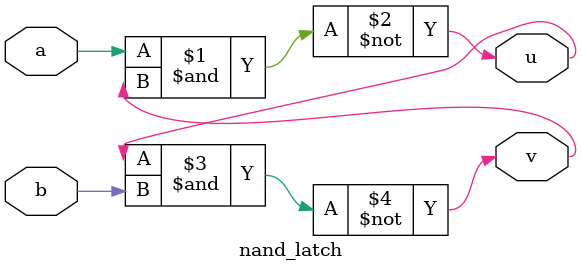
<source format=v>
module nand_latch (u,v,a,b);

input a,b;
output u,v;

nand G1 (u,a,v);
nand G2 (v,u,b);

endmodule

</source>
